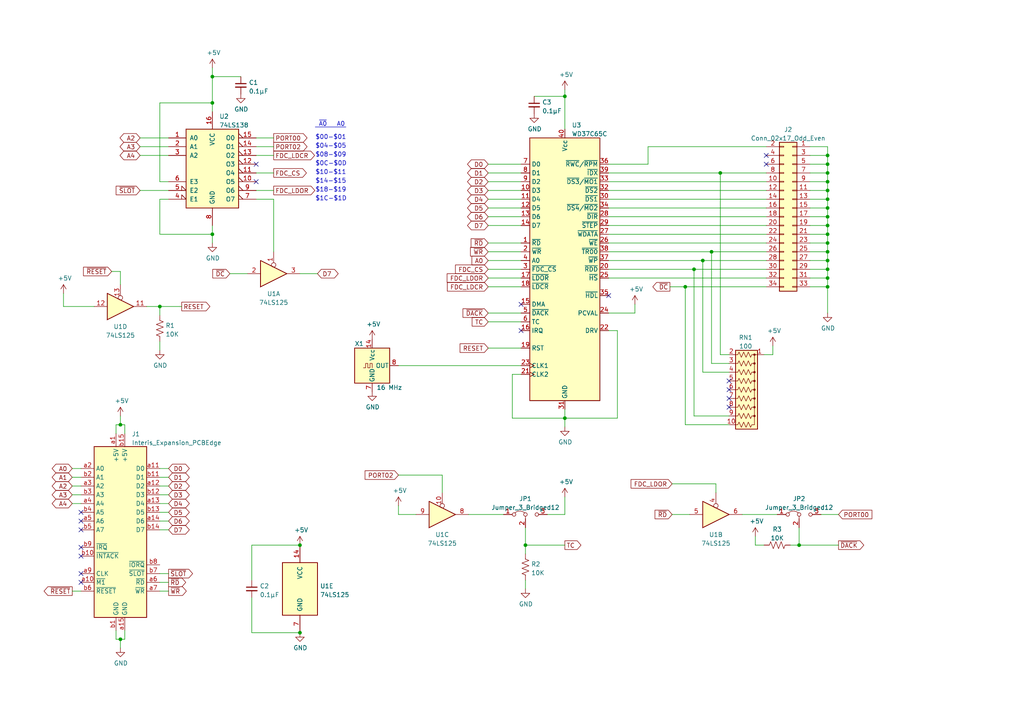
<source format=kicad_sch>
(kicad_sch (version 20211123) (generator eeschema)
  (paper "A4")
  (lib_symbols
    (symbol "74xx:74LS125" (pin_names (offset 1.016))
      (property "Reference" "U" (at 0 1.27 0))
      (property "Value" "74LS125" (at 0 -1.27 0))
      (symbol "74LS125_1_0"
        (polyline (pts (xy -3.81 3.81) (xy -3.81 -3.81) (xy 3.81 0) (xy -3.81 3.81)) (stroke (width 0.254)) (fill (type background)))
        (pin input inverted (at 0 -6.35 90) (length 4.445) (name "~") (number "1"))
        (pin input line (at -7.62 0 0) (length 3.81) (name "~") (number "2"))
        (pin tri_state line (at 7.62 0 180) (length 3.81) (name "~") (number "3"))
      )
      (symbol "74LS125_2_0"
        (polyline (pts (xy -3.81 3.81) (xy -3.81 -3.81) (xy 3.81 0) (xy -3.81 3.81)) (stroke (width 0.254)) (fill (type background)))
        (pin input inverted (at 0 -6.35 90) (length 4.445) (name "~") (number "4"))
        (pin input line (at -7.62 0 0) (length 3.81) (name "~") (number "5"))
        (pin tri_state line (at 7.62 0 180) (length 3.81) (name "~") (number "6"))
      )
      (symbol "74LS125_3_0"
        (polyline (pts (xy -3.81 3.81) (xy -3.81 -3.81) (xy 3.81 0) (xy -3.81 3.81)) (stroke (width 0.254)) (fill (type background)))
        (pin input inverted (at 0 -6.35 90) (length 4.445) (name "~") (number "10"))
        (pin tri_state line (at 7.62 0 180) (length 3.81) (name "~") (number "8"))
        (pin input line (at -7.62 0 0) (length 3.81) (name "~") (number "9"))
      )
      (symbol "74LS125_4_0"
        (polyline (pts (xy -3.81 3.81) (xy -3.81 -3.81) (xy 3.81 0) (xy -3.81 3.81)) (stroke (width 0.254)) (fill (type background)))
        (pin tri_state line (at 7.62 0 180) (length 3.81) (name "~") (number "11"))
        (pin input line (at -7.62 0 0) (length 3.81) (name "~") (number "12"))
        (pin input inverted (at 0 -6.35 90) (length 4.445) (name "~") (number "13"))
      )
      (symbol "74LS125_5_0"
        (pin power_in line (at 0 12.7 270) (length 5.08) (name "VCC") (number "14"))
        (pin power_in line (at 0 -12.7 90) (length 5.08) (name "GND") (number "7"))
      )
      (symbol "74LS125_5_1"
        (rectangle (start -5.08 7.62) (end 5.08 -7.62) (stroke (width 0.254)) (fill (type background)))
      )
    )
    (symbol "74xx:74LS138" (pin_names (offset 1.016))
      (property "Reference" "U" (at -7.62 11.43 0))
      (property "Value" "74LS138" (at -7.62 -13.97 0))
      (symbol "74LS138_1_0"
        (pin input line (at -12.7 7.62 0) (length 5.08) (name "A0") (number "1"))
        (pin output output_low (at 12.7 -5.08 180) (length 5.08) (name "O5") (number "10"))
        (pin output output_low (at 12.7 -2.54 180) (length 5.08) (name "O4") (number "11"))
        (pin output output_low (at 12.7 0 180) (length 5.08) (name "O3") (number "12"))
        (pin output output_low (at 12.7 2.54 180) (length 5.08) (name "O2") (number "13"))
        (pin output output_low (at 12.7 5.08 180) (length 5.08) (name "O1") (number "14"))
        (pin output output_low (at 12.7 7.62 180) (length 5.08) (name "O0") (number "15"))
        (pin power_in line (at 0 15.24 270) (length 5.08) (name "VCC") (number "16"))
        (pin input line (at -12.7 5.08 0) (length 5.08) (name "A1") (number "2"))
        (pin input line (at -12.7 2.54 0) (length 5.08) (name "A2") (number "3"))
        (pin input input_low (at -12.7 -10.16 0) (length 5.08) (name "E1") (number "4"))
        (pin input input_low (at -12.7 -7.62 0) (length 5.08) (name "E2") (number "5"))
        (pin input line (at -12.7 -5.08 0) (length 5.08) (name "E3") (number "6"))
        (pin output output_low (at 12.7 -10.16 180) (length 5.08) (name "O7") (number "7"))
        (pin power_in line (at 0 -17.78 90) (length 5.08) (name "GND") (number "8"))
        (pin output output_low (at 12.7 -7.62 180) (length 5.08) (name "O6") (number "9"))
      )
      (symbol "74LS138_1_1"
        (rectangle (start -7.62 10.16) (end 7.62 -12.7) (stroke (width 0.254)) (fill (type background)))
      )
    )
    (symbol "Connector:Interis_Expansion_PCBEdge"
      (property "Reference" "J" (at 20.32 -39.37 0))
      (property "Value" "Interis_Expansion_PCBEdge" (at 26.67 -35.56 0))
      (symbol "Interis_Expansion_PCBEdge_0_1"
        (rectangle (start -7.62 19.05) (end 7.62 -30.48) (stroke (width 0.254)) (fill (type background)))
      )
      (symbol "Interis_Expansion_PCBEdge_1_1"
        (pin power_out line (at -1.27 22.86 270) (length 3.81) (name "+5V") (number "a1"))
        (pin output line (at -11.43 -20.32 0) (length 3.81) (name "~{M1}") (number "a10"))
        (pin bidirectional line (at 11.43 12.7 180) (length 3.81) (name "D0") (number "a11"))
        (pin bidirectional line (at 11.43 7.62 180) (length 3.81) (name "D2") (number "a12"))
        (pin bidirectional line (at 11.43 2.54 180) (length 3.81) (name "D4") (number "a13"))
        (pin bidirectional line (at 11.43 -2.54 180) (length 3.81) (name "D6") (number "a14"))
        (pin passive line (at 1.27 -34.29 90) (length 3.81) (name "GND") (number "a15"))
        (pin bidirectional line (at -11.43 12.7 0) (length 3.81) (name "A0") (number "a2"))
        (pin bidirectional line (at -11.43 7.62 0) (length 3.81) (name "A2") (number "a3"))
        (pin bidirectional line (at -11.43 2.54 0) (length 3.81) (name "A4") (number "a4"))
        (pin bidirectional line (at -11.43 -2.54 0) (length 3.81) (name "A6") (number "a5"))
        (pin output line (at 11.43 -20.32 180) (length 3.81) (name "~{RD}") (number "a6"))
        (pin output line (at 11.43 -22.86 180) (length 3.81) (name "~{WR}") (number "a7"))
        (pin output line (at -11.43 -17.78 0) (length 3.81) (name "CLK") (number "a9"))
        (pin power_out line (at -1.27 -34.29 90) (length 3.81) (name "GND") (number "b1"))
        (pin output line (at -11.43 -12.7 0) (length 3.81) (name "~{INTACK}") (number "b10"))
        (pin bidirectional line (at 11.43 10.16 180) (length 3.81) (name "D1") (number "b11"))
        (pin bidirectional line (at 11.43 5.08 180) (length 3.81) (name "D3") (number "b12"))
        (pin bidirectional line (at 11.43 0 180) (length 3.81) (name "D5") (number "b13"))
        (pin bidirectional line (at 11.43 -5.08 180) (length 3.81) (name "D7") (number "b14"))
        (pin passive line (at 1.27 22.86 270) (length 3.81) (name "+5V") (number "b15"))
        (pin bidirectional line (at -11.43 10.16 0) (length 3.81) (name "A1") (number "b2"))
        (pin bidirectional line (at -11.43 5.08 0) (length 3.81) (name "A3") (number "b3"))
        (pin bidirectional line (at -11.43 0 0) (length 3.81) (name "A5") (number "b4"))
        (pin bidirectional line (at -11.43 -5.08 0) (length 3.81) (name "A7") (number "b5"))
        (pin bidirectional line (at -11.43 -22.86 0) (length 3.81) (name "~{RESET}") (number "b6"))
        (pin output line (at 11.43 -17.78 180) (length 3.81) (name "~{SLOT}") (number "b7"))
        (pin input line (at 11.43 -15.24 180) (length 3.81) (name "~{IORQ}") (number "b8"))
        (pin input line (at -11.43 -10.16 0) (length 3.81) (name "~{IRQ}") (number "b9"))
      )
    )
    (symbol "Connector_Generic:Conn_02x17_Odd_Even" (pin_names (offset 1.016) hide)
      (property "Reference" "J" (at 1.27 22.86 0))
      (property "Value" "Conn_02x17_Odd_Even" (at 1.27 -22.86 0))
      (symbol "Conn_02x17_Odd_Even_1_1"
        (rectangle (start -1.27 -20.193) (end 0 -20.447) (stroke (width 0.1524)))
        (rectangle (start -1.27 -17.653) (end 0 -17.907) (stroke (width 0.1524)))
        (rectangle (start -1.27 -15.113) (end 0 -15.367) (stroke (width 0.1524)))
        (rectangle (start -1.27 -12.573) (end 0 -12.827) (stroke (width 0.1524)))
        (rectangle (start -1.27 -10.033) (end 0 -10.287) (stroke (width 0.1524)))
        (rectangle (start -1.27 -7.493) (end 0 -7.747) (stroke (width 0.1524)))
        (rectangle (start -1.27 -4.953) (end 0 -5.207) (stroke (width 0.1524)))
        (rectangle (start -1.27 -2.413) (end 0 -2.667) (stroke (width 0.1524)))
        (rectangle (start -1.27 0.127) (end 0 -0.127) (stroke (width 0.1524)))
        (rectangle (start -1.27 2.667) (end 0 2.413) (stroke (width 0.1524)))
        (rectangle (start -1.27 5.207) (end 0 4.953) (stroke (width 0.1524)))
        (rectangle (start -1.27 7.747) (end 0 7.493) (stroke (width 0.1524)))
        (rectangle (start -1.27 10.287) (end 0 10.033) (stroke (width 0.1524)))
        (rectangle (start -1.27 12.827) (end 0 12.573) (stroke (width 0.1524)))
        (rectangle (start -1.27 15.367) (end 0 15.113) (stroke (width 0.1524)))
        (rectangle (start -1.27 17.907) (end 0 17.653) (stroke (width 0.1524)))
        (rectangle (start -1.27 20.447) (end 0 20.193) (stroke (width 0.1524)))
        (rectangle (start -1.27 21.59) (end 3.81 -21.59) (stroke (width 0.254)) (fill (type background)))
        (rectangle (start 3.81 -20.193) (end 2.54 -20.447) (stroke (width 0.1524)))
        (rectangle (start 3.81 -17.653) (end 2.54 -17.907) (stroke (width 0.1524)))
        (rectangle (start 3.81 -15.113) (end 2.54 -15.367) (stroke (width 0.1524)))
        (rectangle (start 3.81 -12.573) (end 2.54 -12.827) (stroke (width 0.1524)))
        (rectangle (start 3.81 -10.033) (end 2.54 -10.287) (stroke (width 0.1524)))
        (rectangle (start 3.81 -7.493) (end 2.54 -7.747) (stroke (width 0.1524)))
        (rectangle (start 3.81 -4.953) (end 2.54 -5.207) (stroke (width 0.1524)))
        (rectangle (start 3.81 -2.413) (end 2.54 -2.667) (stroke (width 0.1524)))
        (rectangle (start 3.81 0.127) (end 2.54 -0.127) (stroke (width 0.1524)))
        (rectangle (start 3.81 2.667) (end 2.54 2.413) (stroke (width 0.1524)))
        (rectangle (start 3.81 5.207) (end 2.54 4.953) (stroke (width 0.1524)))
        (rectangle (start 3.81 7.747) (end 2.54 7.493) (stroke (width 0.1524)))
        (rectangle (start 3.81 10.287) (end 2.54 10.033) (stroke (width 0.1524)))
        (rectangle (start 3.81 12.827) (end 2.54 12.573) (stroke (width 0.1524)))
        (rectangle (start 3.81 15.367) (end 2.54 15.113) (stroke (width 0.1524)))
        (rectangle (start 3.81 17.907) (end 2.54 17.653) (stroke (width 0.1524)))
        (rectangle (start 3.81 20.447) (end 2.54 20.193) (stroke (width 0.1524)))
        (pin passive line (at -5.08 20.32 0) (length 3.81) (name "Pin_1") (number "1"))
        (pin passive line (at 7.62 10.16 180) (length 3.81) (name "Pin_10") (number "10"))
        (pin passive line (at -5.08 7.62 0) (length 3.81) (name "Pin_11") (number "11"))
        (pin passive line (at 7.62 7.62 180) (length 3.81) (name "Pin_12") (number "12"))
        (pin passive line (at -5.08 5.08 0) (length 3.81) (name "Pin_13") (number "13"))
        (pin passive line (at 7.62 5.08 180) (length 3.81) (name "Pin_14") (number "14"))
        (pin passive line (at -5.08 2.54 0) (length 3.81) (name "Pin_15") (number "15"))
        (pin passive line (at 7.62 2.54 180) (length 3.81) (name "Pin_16") (number "16"))
        (pin passive line (at -5.08 0 0) (length 3.81) (name "Pin_17") (number "17"))
        (pin passive line (at 7.62 0 180) (length 3.81) (name "Pin_18") (number "18"))
        (pin passive line (at -5.08 -2.54 0) (length 3.81) (name "Pin_19") (number "19"))
        (pin passive line (at 7.62 20.32 180) (length 3.81) (name "Pin_2") (number "2"))
        (pin passive line (at 7.62 -2.54 180) (length 3.81) (name "Pin_20") (number "20"))
        (pin passive line (at -5.08 -5.08 0) (length 3.81) (name "Pin_21") (number "21"))
        (pin passive line (at 7.62 -5.08 180) (length 3.81) (name "Pin_22") (number "22"))
        (pin passive line (at -5.08 -7.62 0) (length 3.81) (name "Pin_23") (number "23"))
        (pin passive line (at 7.62 -7.62 180) (length 3.81) (name "Pin_24") (number "24"))
        (pin passive line (at -5.08 -10.16 0) (length 3.81) (name "Pin_25") (number "25"))
        (pin passive line (at 7.62 -10.16 180) (length 3.81) (name "Pin_26") (number "26"))
        (pin passive line (at -5.08 -12.7 0) (length 3.81) (name "Pin_27") (number "27"))
        (pin passive line (at 7.62 -12.7 180) (length 3.81) (name "Pin_28") (number "28"))
        (pin passive line (at -5.08 -15.24 0) (length 3.81) (name "Pin_29") (number "29"))
        (pin passive line (at -5.08 17.78 0) (length 3.81) (name "Pin_3") (number "3"))
        (pin passive line (at 7.62 -15.24 180) (length 3.81) (name "Pin_30") (number "30"))
        (pin passive line (at -5.08 -17.78 0) (length 3.81) (name "Pin_31") (number "31"))
        (pin passive line (at 7.62 -17.78 180) (length 3.81) (name "Pin_32") (number "32"))
        (pin passive line (at -5.08 -20.32 0) (length 3.81) (name "Pin_33") (number "33"))
        (pin passive line (at 7.62 -20.32 180) (length 3.81) (name "Pin_34") (number "34"))
        (pin passive line (at 7.62 17.78 180) (length 3.81) (name "Pin_4") (number "4"))
        (pin passive line (at -5.08 15.24 0) (length 3.81) (name "Pin_5") (number "5"))
        (pin passive line (at 7.62 15.24 180) (length 3.81) (name "Pin_6") (number "6"))
        (pin passive line (at -5.08 12.7 0) (length 3.81) (name "Pin_7") (number "7"))
        (pin passive line (at 7.62 12.7 180) (length 3.81) (name "Pin_8") (number "8"))
        (pin passive line (at -5.08 10.16 0) (length 3.81) (name "Pin_9") (number "9"))
      )
    )
    (symbol "Device:C_Small" (pin_numbers hide) (pin_names (offset 0.254) hide)
      (property "Reference" "C" (at 0.254 1.778 0))
      (property "Value" "C_Small" (at 0.254 -2.032 0))
      (symbol "C_Small_0_1"
        (polyline (pts (xy -1.524 -0.508) (xy 1.524 -0.508)) (stroke (width 0.3302)))
        (polyline (pts (xy -1.524 0.508) (xy 1.524 0.508)) (stroke (width 0.3048)))
      )
      (symbol "C_Small_1_1"
        (pin passive line (at 0 2.54 270) (length 2.032) (name "~") (number "1"))
        (pin passive line (at 0 -2.54 90) (length 2.032) (name "~") (number "2"))
      )
    )
    (symbol "Device:R_Network09_US" (pin_names (offset 0) hide)
      (property "Reference" "RN" (at -12.7 0 90))
      (property "Value" "R_Network09_US" (at 12.7 0 90))
      (symbol "R_Network09_US_0_1"
        (rectangle (start -11.43 -3.175) (end 11.43 3.175) (stroke (width 0.254)) (fill (type background)))
        (circle (center -10.16 2.286) (radius 0.254) (fill (type outline)))
        (circle (center -7.62 2.286) (radius 0.254) (fill (type outline)))
        (circle (center -5.08 2.286) (radius 0.254) (fill (type outline)))
        (circle (center -2.54 2.286) (radius 0.254) (fill (type outline)))
        (polyline (pts (xy -10.16 2.286) (xy 10.16 2.286)))
        (polyline (pts (xy -10.16 2.286) (xy -10.16 1.524) (xy -9.398 1.1684) (xy -10.922 0.508) (xy -9.398 -0.1524) (xy -10.922 -0.8382) (xy -9.398 -1.524) (xy -10.922 -2.1844) (xy -10.16 -2.54) (xy -10.16 -3.81)))
        (polyline (pts (xy -7.62 2.286) (xy -7.62 1.524) (xy -6.858 1.1684) (xy -8.382 0.508) (xy -6.858 -0.1524) (xy -8.382 -0.8382) (xy -6.858 -1.524) (xy -8.382 -2.1844) (xy -7.62 -2.54) (xy -7.62 -3.81)))
        (polyline (pts (xy -5.08 2.286) (xy -5.08 1.524) (xy -4.318 1.1684) (xy -5.842 0.508) (xy -4.318 -0.1524) (xy -5.842 -0.8382) (xy -4.318 -1.524) (xy -5.842 -2.1844) (xy -5.08 -2.54) (xy -5.08 -3.81)))
        (polyline (pts (xy -2.54 2.286) (xy -2.54 1.524) (xy -1.778 1.1684) (xy -3.302 0.508) (xy -1.778 -0.1524) (xy -3.302 -0.8382) (xy -1.778 -1.524) (xy -3.302 -2.1844) (xy -2.54 -2.54) (xy -2.54 -3.81)))
        (polyline (pts (xy 0 2.286) (xy 0 1.524) (xy 0.762 1.1684) (xy -0.762 0.508) (xy 0.762 -0.1524) (xy -0.762 -0.8382) (xy 0.762 -1.524) (xy -0.762 -2.1844) (xy 0 -2.54) (xy 0 -3.81)))
        (polyline (pts (xy 2.54 2.286) (xy 2.54 1.524) (xy 3.302 1.1684) (xy 1.778 0.508) (xy 3.302 -0.1524) (xy 1.778 -0.8382) (xy 3.302 -1.524) (xy 1.778 -2.1844) (xy 2.54 -2.54) (xy 2.54 -3.81)))
        (polyline (pts (xy 5.08 2.286) (xy 5.08 1.524) (xy 5.842 1.1684) (xy 4.318 0.508) (xy 5.842 -0.1524) (xy 4.318 -0.8382) (xy 5.842 -1.524) (xy 4.318 -2.1844) (xy 5.08 -2.54) (xy 5.08 -3.81)))
        (polyline (pts (xy 7.62 2.286) (xy 7.62 1.524) (xy 8.382 1.1684) (xy 6.858 0.508) (xy 8.382 -0.1524) (xy 6.858 -0.8382) (xy 8.382 -1.524) (xy 6.858 -2.1844) (xy 7.62 -2.54) (xy 7.62 -3.81)))
        (polyline (pts (xy 10.16 2.286) (xy 10.16 1.524) (xy 10.922 1.1684) (xy 9.398 0.508) (xy 10.922 -0.1524) (xy 9.398 -0.8382) (xy 10.922 -1.524) (xy 9.398 -2.1844) (xy 10.16 -2.54) (xy 10.16 -3.81)))
        (circle (center 0 2.286) (radius 0.254) (fill (type outline)))
        (circle (center 2.54 2.286) (radius 0.254) (fill (type outline)))
        (circle (center 5.08 2.286) (radius 0.254) (fill (type outline)))
        (circle (center 7.62 2.286) (radius 0.254) (fill (type outline)))
      )
      (symbol "R_Network09_US_1_1"
        (pin passive line (at -10.16 5.08 270) (length 2.54) (name "common") (number "1"))
        (pin passive line (at 10.16 -5.08 90) (length 1.27) (name "R9") (number "10"))
        (pin passive line (at -10.16 -5.08 90) (length 1.27) (name "R1") (number "2"))
        (pin passive line (at -7.62 -5.08 90) (length 1.27) (name "R2") (number "3"))
        (pin passive line (at -5.08 -5.08 90) (length 1.27) (name "R3") (number "4"))
        (pin passive line (at -2.54 -5.08 90) (length 1.27) (name "R4") (number "5"))
        (pin passive line (at 0 -5.08 90) (length 1.27) (name "R5") (number "6"))
        (pin passive line (at 2.54 -5.08 90) (length 1.27) (name "R6") (number "7"))
        (pin passive line (at 5.08 -5.08 90) (length 1.27) (name "R7") (number "8"))
        (pin passive line (at 7.62 -5.08 90) (length 1.27) (name "R8") (number "9"))
      )
    )
    (symbol "Device:R_US" (pin_numbers hide) (pin_names (offset 0))
      (property "Reference" "R" (at 2.54 0 90))
      (property "Value" "R_US" (at -2.54 0 90))
      (symbol "R_US_0_1"
        (polyline (pts (xy 0 -2.286) (xy 0 -2.54)))
        (polyline (pts (xy 0 2.286) (xy 0 2.54)))
        (polyline (pts (xy 0 -0.762) (xy 1.016 -1.143) (xy 0 -1.524) (xy -1.016 -1.905) (xy 0 -2.286)))
        (polyline (pts (xy 0 0.762) (xy 1.016 0.381) (xy 0 0) (xy -1.016 -0.381) (xy 0 -0.762)))
        (polyline (pts (xy 0 2.286) (xy 1.016 1.905) (xy 0 1.524) (xy -1.016 1.143) (xy 0 0.762)))
      )
      (symbol "R_US_1_1"
        (pin passive line (at 0 3.81 270) (length 1.27) (name "~") (number "1"))
        (pin passive line (at 0 -3.81 90) (length 1.27) (name "~") (number "2"))
      )
    )
    (symbol "Interface:WD37C65C"
      (property "Reference" "U" (at 8.89 38.1 0))
      (property "Value" "WD37C65C" (at -7.62 38.1 0))
      (symbol "WD37C65C_0_1"
        (rectangle (start -10.16 36.83) (end 10.16 -39.37) (stroke (width 0.254)) (fill (type background)))
      )
      (symbol "WD37C65C_1_1"
        (pin input line (at -12.7 6.35 0) (length 2.54) (name "~{RD}") (number "1"))
        (pin bidirectional line (at -12.7 21.59 0) (length 2.54) (name "D3") (number "10"))
        (pin bidirectional line (at -12.7 19.05 0) (length 2.54) (name "D4") (number "11"))
        (pin bidirectional line (at -12.7 16.51 0) (length 2.54) (name "D5") (number "12"))
        (pin bidirectional line (at -12.7 13.97 0) (length 2.54) (name "D6") (number "13"))
        (pin bidirectional line (at -12.7 11.43 0) (length 2.54) (name "D7") (number "14"))
        (pin output line (at -12.7 -11.43 0) (length 2.54) (name "DMA") (number "15"))
        (pin output line (at -12.7 -19.05 0) (length 2.54) (name "IRQ") (number "16"))
        (pin input line (at -12.7 -3.81 0) (length 2.54) (name "~{LDOR}") (number "17"))
        (pin input line (at -12.7 -6.35 0) (length 2.54) (name "~{LDCR}") (number "18"))
        (pin input line (at -12.7 -24.13 0) (length 2.54) (name "RST") (number "19"))
        (pin input line (at -12.7 3.81 0) (length 2.54) (name "~{WR}") (number "2"))
        (pin input line (at 12.7 -1.27 180) (length 2.54) (name "~{RDD}") (number "20"))
        (pin input clock (at -12.7 -31.75 0) (length 2.54) (name "CLK2") (number "21"))
        (pin input line (at 12.7 -19.05 180) (length 2.54) (name "DRV") (number "22"))
        (pin input clock (at -12.7 -29.21 0) (length 2.54) (name "CLK1") (number "23"))
        (pin input line (at 12.7 -13.97 180) (length 2.54) (name "PCVAL") (number "24"))
        (pin output line (at 12.7 -3.81 180) (length 2.54) (name "~{HS}") (number "25"))
        (pin output line (at 12.7 6.35 180) (length 2.54) (name "~{WE}") (number "26"))
        (pin output line (at 12.7 8.89 180) (length 2.54) (name "~{WDATA}") (number "27"))
        (pin output line (at 12.7 13.97 180) (length 2.54) (name "~{DIR}") (number "28"))
        (pin output line (at 12.7 11.43 180) (length 2.54) (name "~{STEP}") (number "29"))
        (pin input line (at -12.7 -1.27 0) (length 2.54) (name "~{FDC_CS}") (number "3"))
        (pin output line (at 12.7 19.05 180) (length 2.54) (name "~{DS1}") (number "30"))
        (pin power_in line (at 0 -41.91 90) (length 2.54) (name "GND") (number "31"))
        (pin output line (at 12.7 21.59 180) (length 2.54) (name "~{DS2}") (number "32"))
        (pin output line (at 12.7 24.13 180) (length 2.54) (name "~{DS3}/~{MO1}") (number "33"))
        (pin output line (at 12.7 16.51 180) (length 2.54) (name "~{DS4}/~{MO2}") (number "34"))
        (pin output line (at 12.7 -8.89 180) (length 2.54) (name "~{HDL}") (number "35"))
        (pin output line (at 12.7 29.21 180) (length 2.54) (name "~{RWC}/~{RPM}") (number "36"))
        (pin input line (at 12.7 1.27 180) (length 2.54) (name "~{WP}") (number "37"))
        (pin input line (at 12.7 3.81 180) (length 2.54) (name "~{TR00}") (number "38"))
        (pin input line (at 12.7 26.67 180) (length 2.54) (name "~{IDX}") (number "39"))
        (pin input line (at -12.7 1.27 0) (length 2.54) (name "A0") (number "4"))
        (pin power_in line (at 0 39.37 270) (length 2.54) (name "Vcc") (number "40"))
        (pin input line (at -12.7 -13.97 0) (length 2.54) (name "~{DACK}") (number "5"))
        (pin input line (at -12.7 -16.51 0) (length 2.54) (name "TC") (number "6"))
        (pin bidirectional line (at -12.7 29.21 0) (length 2.54) (name "D0") (number "7"))
        (pin bidirectional line (at -12.7 26.67 0) (length 2.54) (name "D1") (number "8"))
        (pin bidirectional line (at -12.7 24.13 0) (length 2.54) (name "D2") (number "9"))
      )
    )
    (symbol "Jumper:Jumper_3_Bridged12" (pin_names (offset 0) hide)
      (property "Reference" "JP" (at -2.54 -2.54 0))
      (property "Value" "Jumper_3_Bridged12" (at 0 2.794 0))
      (symbol "Jumper_3_Bridged12_0_0"
        (circle (center -3.302 0) (radius 0.508))
        (circle (center 0 0) (radius 0.508))
        (circle (center 3.302 0) (radius 0.508))
      )
      (symbol "Jumper_3_Bridged12_0_1"
        (arc (start -0.254 0.508) (mid -1.651 0.9912) (end -3.048 0.508))
        (polyline (pts (xy 0 -1.27) (xy 0 -0.508)))
      )
      (symbol "Jumper_3_Bridged12_1_1"
        (pin passive line (at -6.35 0 0) (length 2.54) (name "A") (number "1"))
        (pin passive line (at 0 -3.81 90) (length 2.54) (name "C") (number "2"))
        (pin passive line (at 6.35 0 180) (length 2.54) (name "B") (number "3"))
      )
    )
    (symbol "Oscillator:TCXO-14" (pin_names (offset 0.254))
      (property "Reference" "X" (at -5.08 6.35 0))
      (property "Value" "TCXO-14" (at 1.27 -6.35 0))
      (symbol "TCXO-14_0_1"
        (rectangle (start -5.08 5.08) (end 5.08 -5.08) (stroke (width 0.254)) (fill (type background)))
        (polyline (pts (xy -2.54 -0.635) (xy -1.905 -0.635) (xy -1.905 0.635) (xy -1.27 0.635) (xy -1.27 -0.635) (xy -0.635 -0.635) (xy -0.635 0.635) (xy 0 0.635) (xy 0 -0.635)))
      )
      (symbol "TCXO-14_1_1"
        (pin no_connect line (at -7.62 0 0) (length 2.54) hide (name "NC") (number "1"))
        (pin power_in line (at 0 7.62 270) (length 2.54) (name "Vcc") (number "14"))
        (pin power_in line (at 0 -7.62 90) (length 2.54) (name "GND") (number "7"))
        (pin output line (at 7.62 0 180) (length 2.54) (name "OUT") (number "8"))
      )
    )
    (symbol "power:+5V" (power) (pin_names (offset 0))
      (property "Value" "+5V" (at 0 3.556 0))
      (symbol "+5V_0_1"
        (polyline (pts (xy -0.762 1.27) (xy 0 2.54)))
        (polyline (pts (xy 0 0) (xy 0 2.54)))
        (polyline (pts (xy 0 2.54) (xy 0.762 1.27)))
      )
      (symbol "+5V_1_1"
        (pin power_in line (at 0 0 90) (length 0) hide (name "+5V") (number "1"))
      )
    )
    (symbol "power:GND" (power) (pin_names (offset 0))
      (property "Value" "GND" (at 0 -3.81 0))
      (symbol "GND_0_1"
        (polyline (pts (xy 0 0) (xy 0 -1.27) (xy 1.27 -1.27) (xy 0 -2.54) (xy -1.27 -1.27) (xy 0 -1.27)))
      )
      (symbol "GND_1_1"
        (pin power_in line (at 0 0 270) (length 0) hide (name "GND") (number "1"))
      )
    )
  )
  (junction (at 208.915 50.165))
  (junction (at 240.03 47.625))
  (junction (at 206.375 73.025))
  (junction (at 201.295 78.105))
  (junction (at 61.595 29.845))
  (junction (at 34.925 123.19))
  (junction (at 86.995 158.115))
  (junction (at 240.03 67.945))
  (junction (at 198.755 83.185))
  (junction (at 231.775 158.115))
  (junction (at 61.595 22.225))
  (junction (at 240.03 70.485))
  (junction (at 152.4 158.115))
  (junction (at 240.03 75.565))
  (junction (at 240.03 52.705))
  (junction (at 240.03 60.325))
  (junction (at 240.03 83.185))
  (junction (at 163.83 27.94))
  (junction (at 240.03 78.105))
  (junction (at 61.595 67.945))
  (junction (at 240.03 45.085))
  (junction (at 163.83 121.285))
  (junction (at 34.925 185.42))
  (junction (at 240.03 57.785))
  (junction (at 203.835 75.565))
  (junction (at 240.03 55.245))
  (junction (at 240.03 80.645))
  (junction (at 240.03 50.165))
  (junction (at 240.03 73.025))
  (junction (at 86.995 183.515))
  (junction (at 240.03 62.865))
  (junction (at 240.03 65.405))
  (junction (at 46.355 88.9))
  (no_connect (at 23.495 166.37))
  (no_connect (at 23.495 161.29))
  (no_connect (at 211.455 113.03))
  (no_connect (at 211.455 115.57))
  (no_connect (at 211.455 118.11))
  (no_connect (at 211.455 110.49))
  (no_connect (at 74.295 52.705))
  (no_connect (at 74.295 47.625))
  (no_connect (at 23.495 158.75))
  (no_connect (at 222.25 45.085))
  (no_connect (at 222.25 47.625))
  (no_connect (at 23.495 151.13))
  (no_connect (at 151.13 88.265))
  (no_connect (at 151.13 95.885))
  (no_connect (at 23.495 168.91))
  (no_connect (at 176.53 85.725))
  (no_connect (at 23.495 153.67))
  (no_connect (at 23.495 148.59))
  (wire (pts (xy 48.895 57.785) (xy 46.355 57.785)))
  (wire (pts (xy 92.075 79.375) (xy 86.995 79.375)))
  (wire (pts (xy 20.955 140.97) (xy 23.495 140.97)))
  (wire (pts (xy 240.03 47.625) (xy 240.03 50.165)))
  (wire (pts (xy 240.03 80.645) (xy 240.03 83.185)))
  (wire (pts (xy 176.53 80.645) (xy 222.25 80.645)))
  (wire (pts (xy 79.375 45.085) (xy 74.295 45.085)))
  (wire (pts (xy 176.53 67.945) (xy 222.25 67.945)))
  (wire (pts (xy 79.375 55.245) (xy 74.295 55.245)))
  (wire (pts (xy 141.605 100.965) (xy 151.13 100.965)))
  (wire (pts (xy 163.83 27.94) (xy 154.94 27.94)))
  (wire (pts (xy 240.03 42.545) (xy 240.03 45.085)))
  (wire (pts (xy 240.03 65.405) (xy 240.03 67.945)))
  (wire (pts (xy 61.595 29.845) (xy 61.595 32.385)))
  (wire (pts (xy 141.605 78.105) (xy 151.13 78.105)))
  (wire (pts (xy 176.53 60.325) (xy 222.25 60.325)))
  (wire (pts (xy 219.075 158.115) (xy 221.615 158.115)))
  (wire (pts (xy 211.455 105.41) (xy 206.375 105.41)))
  (wire (pts (xy 79.375 57.785) (xy 79.375 73.025)))
  (wire (pts (xy 198.755 83.185) (xy 198.755 123.19)))
  (wire (pts (xy 141.605 60.325) (xy 151.13 60.325)))
  (wire (pts (xy 240.03 78.105) (xy 240.03 80.645)))
  (wire (pts (xy 152.4 170.815) (xy 152.4 168.275)))
  (wire (pts (xy 234.95 80.645) (xy 240.03 80.645)))
  (wire (pts (xy 176.53 62.865) (xy 222.25 62.865)))
  (wire (pts (xy 48.895 151.13) (xy 46.355 151.13)))
  (wire (pts (xy 46.355 88.9) (xy 46.355 91.44)))
  (wire (pts (xy 46.355 52.705) (xy 46.355 29.845)))
  (wire (pts (xy 141.605 47.625) (xy 151.13 47.625)))
  (wire (pts (xy 208.915 50.165) (xy 222.25 50.165)))
  (wire (pts (xy 176.53 65.405) (xy 222.25 65.405)))
  (wire (pts (xy 163.83 118.745) (xy 163.83 121.285)))
  (wire (pts (xy 234.95 50.165) (xy 240.03 50.165)))
  (wire (pts (xy 240.03 57.785) (xy 240.03 60.325)))
  (wire (pts (xy 148.59 108.585) (xy 148.59 121.285)))
  (wire (pts (xy 34.925 185.42) (xy 34.925 187.96)))
  (wire (pts (xy 141.605 90.805) (xy 151.13 90.805)))
  (wire (pts (xy 224.155 102.87) (xy 221.615 102.87)))
  (wire (pts (xy 240.03 55.245) (xy 240.03 57.785)))
  (wire (pts (xy 179.07 95.885) (xy 176.53 95.885)))
  (wire (pts (xy 48.895 146.05) (xy 46.355 146.05)))
  (wire (pts (xy 234.95 73.025) (xy 240.03 73.025)))
  (wire (pts (xy 240.03 45.085) (xy 240.03 47.625)))
  (wire (pts (xy 34.925 78.74) (xy 34.925 82.55)))
  (wire (pts (xy 234.95 65.405) (xy 240.03 65.405)))
  (wire (pts (xy 52.705 88.9) (xy 46.355 88.9)))
  (wire (pts (xy 61.595 19.685) (xy 61.595 22.225)))
  (wire (pts (xy 211.455 123.19) (xy 198.755 123.19)))
  (wire (pts (xy 208.915 50.165) (xy 208.915 102.87)))
  (wire (pts (xy 18.415 85.09) (xy 18.415 88.9)))
  (wire (pts (xy 33.655 182.88) (xy 33.655 185.42)))
  (wire (pts (xy 33.655 125.73) (xy 33.655 123.19)))
  (wire (pts (xy 198.755 83.185) (xy 222.25 83.185)))
  (wire (pts (xy 115.57 146.685) (xy 115.57 149.225)))
  (wire (pts (xy 73.025 158.115) (xy 86.995 158.115)))
  (wire (pts (xy 46.355 67.945) (xy 61.595 67.945)))
  (wire (pts (xy 20.955 135.89) (xy 23.495 135.89)))
  (wire (pts (xy 240.03 75.565) (xy 240.03 78.105)))
  (wire (pts (xy 48.895 166.37) (xy 46.355 166.37)))
  (wire (pts (xy 234.95 70.485) (xy 240.03 70.485)))
  (wire (pts (xy 176.53 52.705) (xy 222.25 52.705)))
  (wire (pts (xy 238.125 149.225) (xy 243.205 149.225)))
  (wire (pts (xy 61.595 70.485) (xy 61.595 67.945)))
  (wire (pts (xy 66.675 79.375) (xy 71.755 79.375)))
  (wire (pts (xy 234.95 75.565) (xy 240.03 75.565)))
  (wire (pts (xy 229.235 158.115) (xy 231.775 158.115)))
  (wire (pts (xy 141.605 75.565) (xy 151.13 75.565)))
  (wire (pts (xy 33.655 123.19) (xy 34.925 123.19)))
  (wire (pts (xy 231.775 158.115) (xy 243.205 158.115)))
  (wire (pts (xy 234.95 62.865) (xy 240.03 62.865)))
  (wire (pts (xy 141.605 73.025) (xy 151.13 73.025)))
  (wire (pts (xy 176.53 50.165) (xy 208.915 50.165)))
  (wire (pts (xy 234.95 67.945) (xy 240.03 67.945)))
  (wire (pts (xy 234.95 78.105) (xy 240.03 78.105)))
  (wire (pts (xy 234.95 55.245) (xy 240.03 55.245)))
  (wire (pts (xy 48.895 140.97) (xy 46.355 140.97)))
  (wire (pts (xy 163.83 121.285) (xy 179.07 121.285)))
  (wire (pts (xy 34.925 123.19) (xy 36.195 123.19)))
  (wire (pts (xy 176.53 70.485) (xy 222.25 70.485)))
  (wire (pts (xy 34.925 185.42) (xy 36.195 185.42)))
  (wire (pts (xy 141.605 62.865) (xy 151.13 62.865)))
  (wire (pts (xy 46.355 101.6) (xy 46.355 99.06)))
  (wire (pts (xy 240.03 50.165) (xy 240.03 52.705)))
  (wire (pts (xy 194.945 149.225) (xy 200.025 149.225)))
  (wire (pts (xy 141.605 55.245) (xy 151.13 55.245)))
  (wire (pts (xy 46.355 57.785) (xy 46.355 67.945)))
  (wire (pts (xy 240.03 70.485) (xy 240.03 73.025)))
  (wire (pts (xy 141.605 80.645) (xy 151.13 80.645)))
  (wire (pts (xy 179.07 121.285) (xy 179.07 95.885)))
  (wire (pts (xy 163.83 123.825) (xy 163.83 121.285)))
  (wire (pts (xy 184.15 88.265) (xy 184.15 90.805)))
  (wire (pts (xy 73.025 168.275) (xy 73.025 158.115)))
  (wire (pts (xy 211.455 102.87) (xy 208.915 102.87)))
  (wire (pts (xy 61.595 65.405) (xy 61.595 67.945)))
  (wire (pts (xy 234.95 42.545) (xy 240.03 42.545)))
  (wire (pts (xy 61.595 22.225) (xy 69.85 22.225)))
  (wire (pts (xy 79.375 40.005) (xy 74.295 40.005)))
  (wire (pts (xy 151.13 108.585) (xy 148.59 108.585)))
  (wire (pts (xy 158.75 149.225) (xy 163.83 149.225)))
  (wire (pts (xy 48.895 135.89) (xy 46.355 135.89)))
  (wire (pts (xy 20.955 171.45) (xy 23.495 171.45)))
  (wire (pts (xy 240.03 62.865) (xy 240.03 65.405)))
  (wire (pts (xy 32.385 78.74) (xy 34.925 78.74)))
  (wire (pts (xy 176.53 55.245) (xy 222.25 55.245)))
  (wire (pts (xy 48.895 153.67) (xy 46.355 153.67)))
  (wire (pts (xy 194.945 140.335) (xy 207.645 140.335)))
  (wire (pts (xy 128.27 137.795) (xy 128.27 142.875)))
  (wire (pts (xy 79.375 50.165) (xy 74.295 50.165)))
  (wire (pts (xy 163.83 26.035) (xy 163.83 27.94)))
  (wire (pts (xy 163.83 27.94) (xy 163.83 37.465)))
  (wire (pts (xy 141.605 70.485) (xy 151.13 70.485)))
  (wire (pts (xy 141.605 52.705) (xy 151.13 52.705)))
  (wire (pts (xy 141.605 50.165) (xy 151.13 50.165)))
  (wire (pts (xy 224.155 100.33) (xy 224.155 102.87)))
  (wire (pts (xy 176.53 75.565) (xy 203.835 75.565)))
  (wire (pts (xy 40.64 40.005) (xy 48.895 40.005)))
  (wire (pts (xy 115.57 137.795) (xy 128.27 137.795)))
  (wire (pts (xy 201.295 78.105) (xy 222.25 78.105)))
  (wire (pts (xy 40.64 45.085) (xy 48.895 45.085)))
  (wire (pts (xy 141.605 65.405) (xy 151.13 65.405)))
  (wire (pts (xy 219.075 155.575) (xy 219.075 158.115)))
  (wire (pts (xy 234.95 47.625) (xy 240.03 47.625)))
  (wire (pts (xy 176.53 78.105) (xy 201.295 78.105)))
  (wire (pts (xy 46.355 88.9) (xy 42.545 88.9)))
  (wire (pts (xy 240.03 73.025) (xy 240.03 75.565)))
  (polyline (pts (xy 91.44 36.83) (xy 100.33 36.83)) (stroke (width 0) (type solid)))
  (wire (pts (xy 234.95 52.705) (xy 240.03 52.705)))
  (wire (pts (xy 206.375 73.025) (xy 222.25 73.025)))
  (wire (pts (xy 176.53 47.625) (xy 187.96 47.625)))
  (wire (pts (xy 36.195 182.88) (xy 36.195 185.42)))
  (wire (pts (xy 141.605 83.185) (xy 151.13 83.185)))
  (wire (pts (xy 74.295 42.545) (xy 79.375 42.545)))
  (wire (pts (xy 187.96 47.625) (xy 187.96 42.545)))
  (wire (pts (xy 240.03 67.945) (xy 240.03 70.485)))
  (wire (pts (xy 141.605 57.785) (xy 151.13 57.785)))
  (wire (pts (xy 234.95 83.185) (xy 240.03 83.185)))
  (wire (pts (xy 40.64 42.545) (xy 48.895 42.545)))
  (wire (pts (xy 73.025 183.515) (xy 86.995 183.515)))
  (wire (pts (xy 163.83 144.145) (xy 163.83 149.225)))
  (wire (pts (xy 135.89 149.225) (xy 146.05 149.225)))
  (wire (pts (xy 176.53 57.785) (xy 222.25 57.785)))
  (wire (pts (xy 203.835 75.565) (xy 203.835 107.95)))
  (wire (pts (xy 194.31 83.185) (xy 198.755 83.185)))
  (wire (pts (xy 48.895 52.705) (xy 46.355 52.705)))
  (wire (pts (xy 48.895 148.59) (xy 46.355 148.59)))
  (wire (pts (xy 33.655 185.42) (xy 34.925 185.42)))
  (wire (pts (xy 240.03 60.325) (xy 240.03 62.865)))
  (wire (pts (xy 48.895 168.91) (xy 46.355 168.91)))
  (wire (pts (xy 187.96 42.545) (xy 222.25 42.545)))
  (wire (pts (xy 152.4 153.035) (xy 152.4 158.115)))
  (wire (pts (xy 34.925 120.65) (xy 34.925 123.19)))
  (wire (pts (xy 231.775 153.035) (xy 231.775 158.115)))
  (wire (pts (xy 73.025 173.355) (xy 73.025 183.515)))
  (wire (pts (xy 18.415 88.9) (xy 27.305 88.9)))
  (wire (pts (xy 152.4 158.115) (xy 163.83 158.115)))
  (wire (pts (xy 48.895 171.45) (xy 46.355 171.45)))
  (wire (pts (xy 211.455 120.65) (xy 201.295 120.65)))
  (wire (pts (xy 176.53 73.025) (xy 206.375 73.025)))
  (wire (pts (xy 215.265 149.225) (xy 225.425 149.225)))
  (wire (pts (xy 48.895 143.51) (xy 46.355 143.51)))
  (wire (pts (xy 48.895 138.43) (xy 46.355 138.43)))
  (wire (pts (xy 206.375 73.025) (xy 206.375 105.41)))
  (wire (pts (xy 40.64 55.245) (xy 48.895 55.245)))
  (wire (pts (xy 20.955 138.43) (xy 23.495 138.43)))
  (wire (pts (xy 141.605 93.345) (xy 151.13 93.345)))
  (wire (pts (xy 115.57 149.225) (xy 120.65 149.225)))
  (wire (pts (xy 201.295 78.105) (xy 201.295 120.65)))
  (wire (pts (xy 115.57 106.045) (xy 151.13 106.045)))
  (wire (pts (xy 211.455 107.95) (xy 203.835 107.95)))
  (wire (pts (xy 240.03 83.185) (xy 240.03 90.805)))
  (wire (pts (xy 20.955 143.51) (xy 23.495 143.51)))
  (wire (pts (xy 148.59 121.285) (xy 163.83 121.285)))
  (wire (pts (xy 234.95 60.325) (xy 240.03 60.325)))
  (wire (pts (xy 74.295 57.785) (xy 79.375 57.785)))
  (wire (pts (xy 20.955 146.05) (xy 23.495 146.05)))
  (wire (pts (xy 203.835 75.565) (xy 222.25 75.565)))
  (wire (pts (xy 184.15 90.805) (xy 176.53 90.805)))
  (wire (pts (xy 61.595 22.225) (xy 61.595 29.845)))
  (wire (pts (xy 152.4 160.655) (xy 152.4 158.115)))
  (wire (pts (xy 46.355 29.845) (xy 61.595 29.845)))
  (wire (pts (xy 240.03 52.705) (xy 240.03 55.245)))
  (wire (pts (xy 234.95 45.085) (xy 240.03 45.085)))
  (wire (pts (xy 36.195 123.19) (xy 36.195 125.73)))
  (wire (pts (xy 207.645 140.335) (xy 207.645 142.875)))
  (wire (pts (xy 234.95 57.785) (xy 240.03 57.785)))
  (text "$18-$19" (at 91.44 55.88 0) (effects (font (size 1.27 1.27)) (justify left bottom)))
  (text "$0C-$0D" (at 91.44 48.26 0) (effects (font (size 1.27 1.27)) (justify left bottom)))
  (text "$00-$01" (at 91.44 40.64 0) (effects (font (size 1.27 1.27)) (justify left bottom)))
  (text " ~{A0}   A0" (at 91.44 36.83 0) (effects (font (size 1.27 1.27)) (justify left bottom)))
  (text "$1C-$1D" (at 91.44 58.42 0) (effects (font (size 1.27 1.27)) (justify left bottom)))
  (text "$14-$15" (at 91.44 53.34 0) (effects (font (size 1.27 1.27)) (justify left bottom)))
  (text "$10-$11" (at 91.44 50.8 0) (effects (font (size 1.27 1.27)) (justify left bottom)))
  (text "$08-$09" (at 91.44 45.72 0) (effects (font (size 1.27 1.27)) (justify left bottom)))
  (text "$04-$05" (at 91.44 43.18 0) (effects (font (size 1.27 1.27)) (justify left bottom)))
  (global_label "~{WR}" (shape input) (at 141.605 73.025 180) (property "Intersheet References" "${INTERSHEET_REFS}" (effects hide)))
  (global_label "PORT02" (shape input) (at 115.57 137.795 180) (property "Intersheet References" "${INTERSHEET_REFS}" (effects hide)))
  (global_label "~{DC}" (shape input) (at 66.675 79.375 180) (property "Intersheet References" "${INTERSHEET_REFS}" (effects hide)))
  (global_label "FDC_LDCR" (shape output) (at 79.375 45.085 0) (property "Intersheet References" "${INTERSHEET_REFS}" (effects hide)))
  (global_label "~{SLOT}" (shape input) (at 40.64 55.245 180) (property "Intersheet References" "${INTERSHEET_REFS}" (effects hide)))
  (global_label "D1" (shape bidirectional) (at 141.605 50.165 180) (property "Intersheet References" "${INTERSHEET_REFS}" (effects hide)))
  (global_label "A3" (shape bidirectional) (at 20.955 143.51 180) (property "Intersheet References" "${INTERSHEET_REFS}" (effects hide)))
  (global_label "FDC_CS" (shape input) (at 141.605 78.105 180) (property "Intersheet References" "${INTERSHEET_REFS}" (effects hide)))
  (global_label "D2" (shape bidirectional) (at 48.895 140.97 0) (property "Intersheet References" "${INTERSHEET_REFS}" (effects hide)))
  (global_label "FDC_LDCR" (shape input) (at 141.605 83.185 180) (property "Intersheet References" "${INTERSHEET_REFS}" (effects hide)))
  (global_label "D5" (shape bidirectional) (at 141.605 60.325 180) (property "Intersheet References" "${INTERSHEET_REFS}" (effects hide)))
  (global_label "RESET" (shape output) (at 52.705 88.9 0) (property "Intersheet References" "${INTERSHEET_REFS}" (effects hide)))
  (global_label "~{SLOT}" (shape output) (at 48.895 166.37 0) (property "Intersheet References" "${INTERSHEET_REFS}" (effects hide)))
  (global_label "A4" (shape bidirectional) (at 20.955 146.05 180) (property "Intersheet References" "${INTERSHEET_REFS}" (effects hide)))
  (global_label "D4" (shape bidirectional) (at 141.605 57.785 180) (property "Intersheet References" "${INTERSHEET_REFS}" (effects hide)))
  (global_label "TC" (shape output) (at 163.83 158.115 0) (property "Intersheet References" "${INTERSHEET_REFS}" (effects hide)))
  (global_label "D7" (shape bidirectional) (at 48.895 153.67 0) (property "Intersheet References" "${INTERSHEET_REFS}" (effects hide)))
  (global_label "TC" (shape input) (at 141.605 93.345 180) (property "Intersheet References" "${INTERSHEET_REFS}" (effects hide)))
  (global_label "A2" (shape bidirectional) (at 20.955 140.97 180) (property "Intersheet References" "${INTERSHEET_REFS}" (effects hide)))
  (global_label "PORT00" (shape input) (at 243.205 149.225 0) (property "Intersheet References" "${INTERSHEET_REFS}" (effects hide)))
  (global_label "RESET" (shape input) (at 141.605 100.965 180) (property "Intersheet References" "${INTERSHEET_REFS}" (effects hide)))
  (global_label "A3" (shape bidirectional) (at 40.64 42.545 180) (property "Intersheet References" "${INTERSHEET_REFS}" (effects hide)))
  (global_label "D5" (shape bidirectional) (at 48.895 148.59 0) (property "Intersheet References" "${INTERSHEET_REFS}" (effects hide)))
  (global_label "A0" (shape input) (at 141.605 75.565 180) (property "Intersheet References" "${INTERSHEET_REFS}" (effects hide)))
  (global_label "D6" (shape bidirectional) (at 141.605 62.865 180) (property "Intersheet References" "${INTERSHEET_REFS}" (effects hide)))
  (global_label "FDC_LDOR" (shape input) (at 194.945 140.335 180) (property "Intersheet References" "${INTERSHEET_REFS}" (effects hide)))
  (global_label "FDC_LDOR" (shape output) (at 79.375 55.245 0) (property "Intersheet References" "${INTERSHEET_REFS}" (effects hide)))
  (global_label "A2" (shape bidirectional) (at 40.64 40.005 180) (property "Intersheet References" "${INTERSHEET_REFS}" (effects hide)))
  (global_label "D4" (shape bidirectional) (at 48.895 146.05 0) (property "Intersheet References" "${INTERSHEET_REFS}" (effects hide)))
  (global_label "~{RD}" (shape output) (at 48.895 168.91 0) (property "Intersheet References" "${INTERSHEET_REFS}" (effects hide)))
  (global_label "~{RESET}" (shape output) (at 20.955 171.45 180) (property "Intersheet References" "${INTERSHEET_REFS}" (effects hide)))
  (global_label "~{DC}" (shape output) (at 194.31 83.185 180) (property "Intersheet References" "${INTERSHEET_REFS}" (effects hide)))
  (global_label "~{RESET}" (shape input) (at 32.385 78.74 180) (property "Intersheet References" "${INTERSHEET_REFS}" (effects hide)))
  (global_label "A1" (shape bidirectional) (at 20.955 138.43 180) (property "Intersheet References" "${INTERSHEET_REFS}" (effects hide)))
  (global_label "D3" (shape bidirectional) (at 141.605 55.245 180) (property "Intersheet References" "${INTERSHEET_REFS}" (effects hide)))
  (global_label "FDC_LDOR" (shape input) (at 141.605 80.645 180) (property "Intersheet References" "${INTERSHEET_REFS}" (effects hide)))
  (global_label "PORT00" (shape output) (at 79.375 40.005 0) (property "Intersheet References" "${INTERSHEET_REFS}" (effects hide)))
  (global_label "~{DACK}" (shape input) (at 141.605 90.805 180) (property "Intersheet References" "${INTERSHEET_REFS}" (effects hide)))
  (global_label "A4" (shape bidirectional) (at 40.64 45.085 180) (property "Intersheet References" "${INTERSHEET_REFS}" (effects hide)))
  (global_label "~{RD}" (shape input) (at 194.945 149.225 180) (property "Intersheet References" "${INTERSHEET_REFS}" (effects hide)))
  (global_label "A0" (shape bidirectional) (at 20.955 135.89 180) (property "Intersheet References" "${INTERSHEET_REFS}" (effects hide)))
  (global_label "D7" (shape bidirectional) (at 141.605 65.405 180) (property "Intersheet References" "${INTERSHEET_REFS}" (effects hide)))
  (global_label "D1" (shape bidirectional) (at 48.895 138.43 0) (property "Intersheet References" "${INTERSHEET_REFS}" (effects hide)))
  (global_label "~{DACK}" (shape output) (at 243.205 158.115 0) (property "Intersheet References" "${INTERSHEET_REFS}" (effects hide)))
  (global_label "D0" (shape bidirectional) (at 141.605 47.625 180) (property "Intersheet References" "${INTERSHEET_REFS}" (effects hide)))
  (global_label "D3" (shape bidirectional) (at 48.895 143.51 0) (property "Intersheet References" "${INTERSHEET_REFS}" (effects hide)))
  (global_label "D2" (shape bidirectional) (at 141.605 52.705 180) (property "Intersheet References" "${INTERSHEET_REFS}" (effects hide)))
  (global_label "D7" (shape bidirectional) (at 92.075 79.375 0) (property "Intersheet References" "${INTERSHEET_REFS}" (effects hide)))
  (global_label "~{WR}" (shape output) (at 48.895 171.45 0) (property "Intersheet References" "${INTERSHEET_REFS}" (effects hide)))
  (global_label "PORT02" (shape output) (at 79.375 42.545 0) (property "Intersheet References" "${INTERSHEET_REFS}" (effects hide)))
  (global_label "FDC_CS" (shape output) (at 79.375 50.165 0) (property "Intersheet References" "${INTERSHEET_REFS}" (effects hide)))
  (global_label "D6" (shape bidirectional) (at 48.895 151.13 0) (property "Intersheet References" "${INTERSHEET_REFS}" (effects hide)))
  (global_label "D0" (shape bidirectional) (at 48.895 135.89 0) (property "Intersheet References" "${INTERSHEET_REFS}" (effects hide)))
  (global_label "~{RD}" (shape input) (at 141.605 70.485 180) (property "Intersheet References" "${INTERSHEET_REFS}" (effects hide)))
  (symbol (lib_id "power:+5V") (at 61.595 19.685 0) (unit 1)
    (property "Reference" "#PWR05" (effects hide))
    (property "Value" "+5V" (at 61.976 15.2908 0))
  )
  (symbol (lib_id "power:GND") (at 163.83 123.825 0) (unit 1)
    (property "Reference" "#PWR017" (effects hide))
    (property "Value" "GND" (at 163.957 128.2192 0))
  )
  (symbol (lib_id "power:+5V") (at 184.15 88.265 0) (unit 1)
    (property "Reference" "#PWR018" (effects hide))
    (property "Value" "+5V" (at 184.531 83.8708 0))
  )
  (symbol (lib_id "power:GND") (at 154.94 33.02 0) (unit 1)
    (property "Reference" "#PWR013" (effects hide))
    (property "Value" "GND" (at 155.067 37.4142 0))
  )
  (symbol (lib_id "Device:C_Small") (at 73.025 170.815 0) (unit 1)
    (property "Reference" "C2" (at 75.3491 169.9866 0) (effects (justify left)))
    (property "Value" "0.1µF" (at 75.3491 172.5235 0) (effects (justify left)))
    (property "Footprint" "Capacitor_THT:C_Disc_D5.0mm_W2.5mm_P2.50mm" (effects hide))
  )
  (symbol (lib_id "74xx:74LS125") (at 34.925 88.9 0) (mirror x) (unit 4)
    (property "Reference" "U1" (at 34.925 94.7404 0))
    (property "Value" "74LS125" (at 34.925 97.2773 0))
    (property "Footprint" "Package_DIP:DIP-14_W7.62mm_Socket" (effects hide))
    (property "Datasheet" "http://www.ti.com/lit/gpn/sn74LS125" (effects hide))
  )
  (symbol (lib_id "power:+5V") (at 86.995 158.115 0) (unit 1)
    (property "Reference" "#PWR014" (effects hide))
    (property "Value" "+5V" (at 87.376 153.7208 0))
  )
  (symbol (lib_id "power:GND") (at 69.85 27.305 0) (unit 1)
    (property "Reference" "#PWR07" (effects hide))
    (property "Value" "GND" (at 69.977 31.6992 0))
  )
  (symbol (lib_id "power:+5V") (at 107.95 98.425 0) (unit 1)
    (property "Reference" "#PWR09" (effects hide))
    (property "Value" "+5V" (at 108.331 94.0308 0))
  )
  (symbol (lib_id "Connector:Interis_Expansion_PCBEdge") (at 34.925 148.59 0) (unit 1)
    (property "Reference" "J1" (at 38.2144 125.891 0) (effects (justify left)))
    (property "Value" "Interis_Expansion_PCBEdge" (at 38.2144 128.4279 0) (effects (justify left)))
    (property "Footprint" "Connector_PCBEdge:Interis_Expansion_PCBEdge" (effects hide))
  )
  (symbol (lib_id "74xx:74LS125") (at 128.27 149.225 0) (mirror x) (unit 3)
    (property "Reference" "U1" (at 128.27 155.0654 0))
    (property "Value" "74LS125" (at 128.27 157.6023 0))
    (property "Footprint" "Package_DIP:DIP-14_W7.62mm_Socket" (effects hide))
    (property "Datasheet" "http://www.ti.com/lit/gpn/sn74LS125" (effects hide))
  )
  (symbol (lib_id "Interface:WD37C65C") (at 163.83 76.835 0) (unit 1)
    (property "Reference" "U3" (at 165.8494 36.3052 0) (effects (justify left)))
    (property "Value" "WD37C65C" (at 165.8494 38.8421 0) (effects (justify left)))
    (property "Footprint" "Package_DIP:DIP-40_W15.24mm_Socket" (effects hide))
  )
  (symbol (lib_id "power:GND") (at 86.995 183.515 0) (unit 1)
    (property "Reference" "#PWR015" (effects hide))
    (property "Value" "GND" (at 87.122 187.9092 0))
  )
  (symbol (lib_id "74xx:74LS125") (at 79.375 79.375 0) (mirror x) (unit 1)
    (property "Reference" "U1" (at 79.375 85.2154 0))
    (property "Value" "74LS125" (at 79.375 87.7523 0))
    (property "Footprint" "Package_DIP:DIP-14_W7.62mm_Socket" (effects hide))
    (property "Datasheet" "http://www.ti.com/lit/gpn/sn74LS125" (effects hide))
  )
  (symbol (lib_id "power:GND") (at 107.95 113.665 0) (unit 1)
    (property "Reference" "#PWR010" (effects hide))
    (property "Value" "GND" (at 108.077 118.0592 0))
  )
  (symbol (lib_id "power:GND") (at 152.4 170.815 0) (unit 1)
    (property "Reference" "#PWR011" (effects hide))
    (property "Value" "GND" (at 152.527 175.2092 0))
  )
  (symbol (lib_id "Connector_Generic:Conn_02x17_Odd_Even") (at 229.87 62.865 0) (mirror y) (unit 1)
    (property "Reference" "J2" (at 228.6 37.5752 0))
    (property "Value" "Conn_02x17_Odd_Even" (at 228.6 40.1121 0))
    (property "Footprint" "Connector_IDC:IDC-Header_2x17_P2.54mm_Vertical" (effects hide))
  )
  (symbol (lib_id "power:+5V") (at 163.83 144.145 0) (unit 1)
    (property "Reference" "#PWR012" (effects hide))
    (property "Value" "+5V" (at 164.211 139.7508 0))
  )
  (symbol (lib_id "Device:R_US") (at 46.355 95.25 0) (unit 1)
    (property "Reference" "R1" (at 48.006 94.4153 0) (effects (justify left)))
    (property "Value" "10K" (at 48.006 96.9522 0) (effects (justify left)))
    (property "Footprint" "Resistor_THT:R_Axial_DIN0207_L6.3mm_D2.5mm_P10.16mm_Horizontal" (effects hide))
  )
  (symbol (lib_id "power:+5V") (at 115.57 146.685 0) (unit 1)
    (property "Reference" "#PWR08" (effects hide))
    (property "Value" "+5V" (at 115.951 142.2908 0))
  )
  (symbol (lib_id "74xx:74LS125") (at 207.645 149.225 0) (mirror x) (unit 2)
    (property "Reference" "U1" (at 207.645 155.0654 0))
    (property "Value" "74LS125" (at 207.645 157.6023 0))
    (property "Footprint" "Package_DIP:DIP-14_W7.62mm_Socket" (effects hide))
    (property "Datasheet" "http://www.ti.com/lit/gpn/sn74LS125" (effects hide))
  )
  (symbol (lib_id "power:+5V") (at 219.075 155.575 0) (unit 1)
    (property "Reference" "#PWR019" (effects hide))
    (property "Value" "+5V" (at 219.456 151.1808 0))
  )
  (symbol (lib_id "Device:R_US") (at 152.4 164.465 180) (unit 1)
    (property "Reference" "R2" (at 154.051 163.6303 0) (effects (justify right)))
    (property "Value" "10K" (at 154.051 166.1672 0) (effects (justify right)))
    (property "Footprint" "Resistor_THT:R_Axial_DIN0207_L6.3mm_D2.5mm_P10.16mm_Horizontal" (effects hide))
  )
  (symbol (lib_id "74xx:74LS138") (at 61.595 47.625 0) (unit 1)
    (property "Reference" "U2" (at 63.6144 33.7652 0) (effects (justify left)))
    (property "Value" "74LS138" (at 63.6144 36.3021 0) (effects (justify left)))
    (property "Footprint" "Package_DIP:DIP-16_W7.62mm_Socket" (effects hide))
    (property "Datasheet" "http://www.ti.com/lit/gpn/sn74LS138" (effects hide))
  )
  (symbol (lib_id "74xx:74LS125") (at 86.995 170.815 0) (unit 5)
    (property "Reference" "U1" (at 92.837 169.9803 0) (effects (justify left)))
    (property "Value" "74LS125" (at 92.837 172.5172 0) (effects (justify left)))
    (property "Footprint" "Package_DIP:DIP-14_W7.62mm_Socket" (effects hide))
    (property "Datasheet" "http://www.ti.com/lit/gpn/sn74LS125" (effects hide))
  )
  (symbol (lib_id "power:+5V") (at 224.155 100.33 0) (unit 1)
    (property "Reference" "#PWR0101" (effects hide))
    (property "Value" "+5V" (at 224.536 95.9358 0))
  )
  (symbol (lib_id "power:GND") (at 61.595 70.485 0) (unit 1)
    (property "Reference" "#PWR06" (effects hide))
    (property "Value" "GND" (at 61.722 74.8792 0))
  )
  (symbol (lib_id "power:GND") (at 34.925 187.96 0) (unit 1)
    (property "Reference" "#PWR03" (effects hide))
    (property "Value" "GND" (at 35.052 192.3542 0))
  )
  (symbol (lib_id "power:GND") (at 240.03 90.805 0) (unit 1)
    (property "Reference" "#PWR020" (effects hide))
    (property "Value" "GND" (at 240.157 95.1992 0))
  )
  (symbol (lib_id "Device:C_Small") (at 154.94 30.48 0) (unit 1)
    (property "Reference" "C3" (at 157.2641 29.6516 0) (effects (justify left)))
    (property "Value" "0.1µF" (at 157.2641 32.1885 0) (effects (justify left)))
    (property "Footprint" "Capacitor_THT:C_Disc_D5.0mm_W2.5mm_P2.50mm" (effects hide))
  )
  (symbol (lib_id "power:GND") (at 46.355 101.6 0) (unit 1)
    (property "Reference" "#PWR04" (effects hide))
    (property "Value" "GND" (at 46.482 105.9942 0))
  )
  (symbol (lib_id "Device:R_US") (at 225.425 158.115 90) (unit 1)
    (property "Reference" "R3" (at 225.425 153.5262 90))
    (property "Value" "10K" (at 225.425 156.0631 90))
    (property "Footprint" "Resistor_THT:R_Axial_DIN0207_L6.3mm_D2.5mm_P10.16mm_Horizontal" (effects hide))
  )
  (symbol (lib_id "Device:R_Network09_US") (at 216.535 113.03 270) (unit 1)
    (property "Reference" "RN1" (at 216.281 97.9002 90))
    (property "Value" "100" (at 216.281 100.4371 90))
    (property "Footprint" "Resistor_THT:R_Array_SIP10" (effects hide))
    (property "Datasheet" "http://www.vishay.com/docs/31509/csc.pdf" (effects hide))
  )
  (symbol (lib_id "power:+5V") (at 163.83 26.035 0) (unit 1)
    (property "Reference" "#PWR016" (effects hide))
    (property "Value" "+5V" (at 164.211 21.6408 0))
  )
  (symbol (lib_id "Jumper:Jumper_3_Bridged12") (at 231.775 149.225 0) (unit 1)
    (property "Reference" "JP2" (at 231.775 144.661 0))
    (property "Value" "Jumper_3_Bridged12" (at 231.775 147.1979 0))
    (property "Footprint" "Connector_PinHeader_2.54mm:PinHeader_1x03_P2.54mm_Vertical" (effects hide))
  )
  (symbol (lib_id "power:+5V") (at 18.415 85.09 0) (unit 1)
    (property "Reference" "#PWR01" (effects hide))
    (property "Value" "+5V" (at 18.796 80.6958 0))
  )
  (symbol (lib_id "Jumper:Jumper_3_Bridged12") (at 152.4 149.225 0) (unit 1)
    (property "Reference" "JP1" (at 152.4 144.661 0))
    (property "Value" "Jumper_3_Bridged12" (at 152.4 147.1979 0))
    (property "Footprint" "Connector_PinHeader_2.54mm:PinHeader_1x03_P2.54mm_Vertical" (effects hide))
  )
  (symbol (lib_id "Oscillator:TCXO-14") (at 107.95 106.045 0) (unit 1)
    (property "Reference" "X1" (at 102.87 99.695 0) (effects (justify left)))
    (property "Value" "16 MHz" (at 109.22 112.395 0) (effects (justify left)))
    (property "Footprint" "Oscillator:Oscillator_DIP-14" (effects hide))
    (property "Datasheet" "http://www.golledge.com/pdf/products/tcxos/gtxos14.pdf" (effects hide))
  )
  (symbol (lib_id "Device:C_Small") (at 69.85 24.765 0) (unit 1)
    (property "Reference" "C1" (at 72.1741 23.9366 0) (effects (justify left)))
    (property "Value" "0.1µF" (at 72.1741 26.4735 0) (effects (justify left)))
    (property "Footprint" "Capacitor_THT:C_Disc_D5.0mm_W2.5mm_P2.50mm" (effects hide))
  )
  (symbol (lib_id "power:+5V") (at 34.925 120.65 0) (unit 1)
    (property "Reference" "#PWR02" (effects hide))
    (property "Value" "+5V" (at 35.306 116.2558 0))
  )
)
</source>
